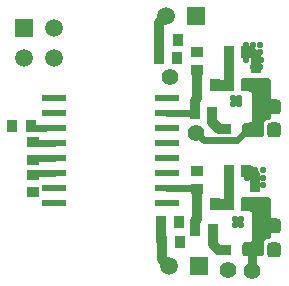
<source format=gtl>
G04 Layer_Physical_Order=1*
G04 Layer_Color=255*
%FSLAX25Y25*%
%MOIN*%
G70*
G01*
G75*
%ADD10R,0.03543X0.03740*%
%ADD11R,0.03543X0.03740*%
%ADD12R,0.03347X0.04000*%
%ADD13R,0.03268X0.03268*%
%ADD14R,0.04000X0.03347*%
%ADD15R,0.03661X0.03858*%
%ADD16R,0.08000X0.02200*%
%ADD17C,0.03200*%
%ADD18C,0.02200*%
%ADD19C,0.03800*%
%ADD20C,0.03000*%
%ADD21C,0.05512*%
G04:AMPARAMS|DCode=22|XSize=45mil|YSize=50mil|CornerRadius=11.25mil|HoleSize=0mil|Usage=FLASHONLY|Rotation=0.000|XOffset=0mil|YOffset=0mil|HoleType=Round|Shape=RoundedRectangle|*
%AMROUNDEDRECTD22*
21,1,0.04500,0.02750,0,0,0.0*
21,1,0.02250,0.05000,0,0,0.0*
1,1,0.02250,0.01125,-0.01375*
1,1,0.02250,-0.01125,-0.01375*
1,1,0.02250,-0.01125,0.01375*
1,1,0.02250,0.01125,0.01375*
%
%ADD22ROUNDEDRECTD22*%
%ADD23C,0.05906*%
%ADD24R,0.05906X0.05906*%
%ADD25R,0.05906X0.05906*%
%ADD26C,0.02700*%
%ADD27C,0.02300*%
G36*
X82087Y34271D02*
X90354Y34252D01*
X90354Y34271D01*
X90355Y34271D01*
X90739Y34195D01*
X91064Y33977D01*
X91281Y33652D01*
X91358Y33269D01*
X91358Y33268D01*
X91339Y21260D01*
X91358Y21260D01*
Y21260D01*
X91281Y20876D01*
X91064Y20550D01*
X90738Y20333D01*
X90354Y20256D01*
X90354D01*
X89961Y20276D01*
X89961Y20295D01*
X89577Y20218D01*
X89251Y20001D01*
X89034Y19675D01*
X88957Y19291D01*
X88976Y15551D01*
X88996Y15551D01*
X88996Y15551D01*
X88919Y15167D01*
X88702Y14842D01*
X88376Y14624D01*
X87992Y14548D01*
X87992Y14548D01*
X82677Y14567D01*
Y14548D01*
X82293Y14624D01*
X81968Y14842D01*
X81750Y15167D01*
X81674Y15551D01*
X81693Y18307D01*
X81674Y18307D01*
X81674Y18309D01*
X81750Y18692D01*
X81967Y19017D01*
X82292Y19234D01*
X82676Y19311D01*
X82677Y19310D01*
X83661Y19291D01*
Y19268D01*
X84122Y19360D01*
X84513Y19621D01*
X84774Y20012D01*
X84866Y20472D01*
X84842Y28740D01*
X84861Y28740D01*
X84862Y28741D01*
X84785Y29125D01*
X84568Y29450D01*
X84243Y29667D01*
X83859Y29744D01*
X83858Y29743D01*
X82087Y29724D01*
Y29705D01*
X82086Y29705D01*
X81702Y29781D01*
X81377Y29999D01*
X81160Y30324D01*
X81083Y30708D01*
X81083Y30709D01*
X81102Y33268D01*
X81083Y33268D01*
X81083Y33269D01*
X81159Y33653D01*
X81377Y33978D01*
X81702Y34195D01*
X82085Y34271D01*
X82087Y34271D01*
D02*
G37*
G36*
X82087Y74035D02*
X90354Y74016D01*
X90354Y74035D01*
X90355Y74035D01*
X90739Y73959D01*
X91064Y73741D01*
X91281Y73416D01*
X91358Y73032D01*
X91358Y73032D01*
X91339Y61024D01*
X91358Y61023D01*
Y61023D01*
X91281Y60640D01*
X91064Y60314D01*
X90738Y60096D01*
X90354Y60020D01*
X90354D01*
X89961Y60039D01*
X89961Y60059D01*
X89577Y59982D01*
X89251Y59765D01*
X89034Y59439D01*
X88957Y59055D01*
X88976Y55315D01*
X88996Y55315D01*
X88996Y55315D01*
X88919Y54931D01*
X88702Y54605D01*
X88376Y54388D01*
X87992Y54311D01*
X87992Y54311D01*
X82677Y54331D01*
Y54311D01*
X82293Y54388D01*
X81968Y54605D01*
X81750Y54931D01*
X81674Y55315D01*
X81693Y58071D01*
X81674Y58071D01*
X81674Y58073D01*
X81750Y58456D01*
X81967Y58781D01*
X82292Y58998D01*
X82676Y59074D01*
X82677Y59074D01*
X83661Y59055D01*
Y59032D01*
X84122Y59124D01*
X84513Y59385D01*
X84774Y59775D01*
X84866Y60236D01*
X84842Y68504D01*
X84861Y68504D01*
X84862Y68505D01*
X84785Y68889D01*
X84568Y69214D01*
X84243Y69431D01*
X83859Y69507D01*
X83858Y69507D01*
X82087Y69488D01*
Y69469D01*
X82086Y69469D01*
X81702Y69545D01*
X81377Y69763D01*
X81159Y70088D01*
X81083Y70472D01*
X81083Y70472D01*
X81102Y73032D01*
X81083Y73031D01*
X81083Y73033D01*
X81159Y73416D01*
X81377Y73742D01*
X81702Y73959D01*
X82085Y74035D01*
X82087Y74035D01*
D02*
G37*
D10*
X76378Y16740D02*
D03*
X80118Y25992D02*
D03*
X76181Y56898D02*
D03*
X79921Y66150D02*
D03*
D11*
X83858Y16740D02*
D03*
X83662Y56898D02*
D03*
D12*
X83071Y32087D02*
D03*
X77165D02*
D03*
X83071Y71653D02*
D03*
X77165D02*
D03*
Y82677D02*
D03*
X83071D02*
D03*
X71653Y62205D02*
D03*
X65748D02*
D03*
X72441Y71653D02*
D03*
X66535D02*
D03*
X77165Y43110D02*
D03*
X83071D02*
D03*
X71850Y23228D02*
D03*
X65945D02*
D03*
X72441Y32087D02*
D03*
X66535D02*
D03*
D13*
X86083Y77165D02*
D03*
X77165D02*
D03*
X86024Y37598D02*
D03*
X77106D02*
D03*
D14*
X66535Y76575D02*
D03*
Y82480D02*
D03*
X66535Y37008D02*
D03*
Y42913D02*
D03*
X11811Y41732D02*
D03*
Y35827D02*
D03*
Y46654D02*
D03*
Y52559D02*
D03*
D15*
X5039Y58071D02*
D03*
X11102D02*
D03*
X60118Y86614D02*
D03*
X54055D02*
D03*
X60039Y80512D02*
D03*
X53976D02*
D03*
X60905Y19291D02*
D03*
X54843D02*
D03*
X60709Y25984D02*
D03*
X54646D02*
D03*
D16*
X18996Y62205D02*
D03*
Y57205D02*
D03*
Y52205D02*
D03*
Y47205D02*
D03*
Y42205D02*
D03*
Y37205D02*
D03*
Y32205D02*
D03*
X56496Y62205D02*
D03*
X18996Y67205D02*
D03*
X56496Y37205D02*
D03*
Y42205D02*
D03*
Y47205D02*
D03*
Y52205D02*
D03*
Y57205D02*
D03*
Y32205D02*
D03*
Y67205D02*
D03*
D17*
X65945Y23228D02*
Y26378D01*
X66535Y26969D01*
Y32087D01*
X83071Y43110D02*
X84449D01*
X86024Y41535D01*
Y37598D02*
Y41535D01*
X83071Y82677D02*
X84646D01*
X86083Y81240D01*
Y77165D02*
Y81240D01*
X77165Y77165D02*
Y82677D01*
X66535Y71653D02*
Y76575D01*
X65748Y62205D02*
Y66339D01*
X66535Y67126D01*
Y71653D01*
X77165D02*
Y77165D01*
Y32087D02*
Y43110D01*
X71850Y18504D02*
Y23228D01*
Y18504D02*
X73614Y16740D01*
X76378D01*
X66535Y32087D02*
Y37008D01*
X53976Y80512D02*
Y86535D01*
X54055Y86614D01*
Y92402D01*
X56339Y94685D01*
X54646Y19488D02*
Y25984D01*
Y19488D02*
X54843Y19291D01*
Y13661D02*
Y19291D01*
Y13661D02*
X57284Y11220D01*
X71653Y59252D02*
Y62205D01*
Y59252D02*
X74008Y56898D01*
X76181D01*
D18*
X56496Y62205D02*
X65748D01*
X65748Y62205D01*
X12244Y47205D02*
X18996D01*
X12323Y42205D02*
X18996D01*
X13150Y52205D02*
X18996D01*
X56496Y37205D02*
X66535D01*
X11220Y58071D02*
X12008Y57284D01*
X15945D01*
X66339Y55709D02*
X68898Y53150D01*
X79914D01*
X83662Y56898D01*
D19*
X72835Y32087D02*
X76772D01*
X76772Y71653D02*
X76772Y71653D01*
X72835Y71653D02*
X76772D01*
D20*
X85039Y9646D02*
Y15559D01*
X83858Y16740D02*
X85039Y15559D01*
D21*
Y9646D02*
D03*
X66339Y55709D02*
D03*
X57677Y74410D02*
D03*
X76772Y10039D02*
D03*
D22*
X92126Y56496D02*
D03*
Y64370D02*
D03*
X92126Y16732D02*
D03*
Y24606D02*
D03*
D23*
X18898Y80709D02*
D03*
X8898D02*
D03*
X18898Y90709D02*
D03*
X56339Y94685D02*
D03*
X57284Y11220D02*
D03*
D24*
X8898Y90709D02*
D03*
D25*
X66339Y94685D02*
D03*
X67283Y11220D02*
D03*
D26*
X11811Y52559D02*
D03*
Y35827D02*
D03*
X5118Y58071D02*
D03*
D27*
X53740Y67205D02*
D03*
X59449D02*
D03*
X56496Y67165D02*
D03*
X53740Y57205D02*
D03*
X59449D02*
D03*
X56496Y57165D02*
D03*
X53740Y42205D02*
D03*
X59449D02*
D03*
X56496Y42165D02*
D03*
X53740Y32205D02*
D03*
X59449D02*
D03*
X56496Y32165D02*
D03*
X80709Y67126D02*
D03*
X78740D02*
D03*
Y65157D02*
D03*
X80709D02*
D03*
X79331Y25016D02*
D03*
X81299D02*
D03*
Y26984D02*
D03*
X79331D02*
D03*
X87598Y82480D02*
D03*
X82874D02*
D03*
X87598Y77559D02*
D03*
X85236D02*
D03*
Y82480D02*
D03*
X87598Y84842D02*
D03*
X82874D02*
D03*
X85827Y40551D02*
D03*
X86024Y43307D02*
D03*
X83268Y40551D02*
D03*
X88583Y40748D02*
D03*
Y38189D02*
D03*
Y43307D02*
D03*
X83071D02*
D03*
X86024Y37992D02*
D03*
X87795Y80118D02*
D03*
X82874D02*
D03*
X85433D02*
D03*
X85236Y84842D02*
D03*
X18996Y67205D02*
D03*
Y62205D02*
D03*
X88386Y61811D02*
D03*
X85827D02*
D03*
Y66929D02*
D03*
X88386D02*
D03*
X85827Y64370D02*
D03*
X88386D02*
D03*
X88386Y22047D02*
D03*
X85827D02*
D03*
Y27165D02*
D03*
X88386D02*
D03*
X85827Y24606D02*
D03*
X88386D02*
D03*
X66535Y82480D02*
D03*
Y42913D02*
D03*
X11220Y58071D02*
D03*
X21850Y57284D02*
D03*
X19094D02*
D03*
X16142D02*
D03*
X21850Y52165D02*
D03*
X19094D02*
D03*
X16142D02*
D03*
X21850Y32283D02*
D03*
X19094D02*
D03*
X16142D02*
D03*
X54055Y86614D02*
D03*
X53976Y80512D02*
D03*
X60118Y86614D02*
D03*
X60039Y80512D02*
D03*
X54646Y25984D02*
D03*
X54843Y19291D02*
D03*
X60709Y25984D02*
D03*
X60905Y19291D02*
D03*
M02*

</source>
